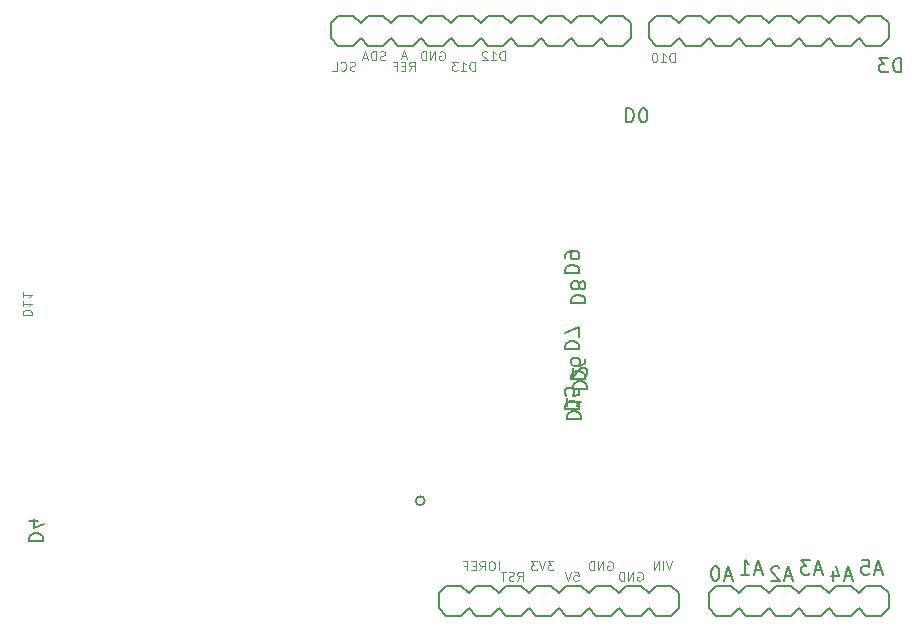
<source format=gbr>
G04 #@! TF.GenerationSoftware,KiCad,Pcbnew,(5.1.5)-3*
G04 #@! TF.CreationDate,2021-09-12T13:17:19-04:00*
G04 #@! TF.ProjectId,EtherTenFuranceMonitorRev2,45746865-7254-4656-9e46-7572616e6365,rev?*
G04 #@! TF.SameCoordinates,Original*
G04 #@! TF.FileFunction,Legend,Bot*
G04 #@! TF.FilePolarity,Positive*
%FSLAX46Y46*%
G04 Gerber Fmt 4.6, Leading zero omitted, Abs format (unit mm)*
G04 Created by KiCad (PCBNEW (5.1.5)-3) date 2021-09-12 13:17:19*
%MOMM*%
%LPD*%
G04 APERTURE LIST*
%ADD10C,0.165100*%
%ADD11C,0.203200*%
%ADD12C,0.121920*%
%ADD13C,0.152400*%
G04 APERTURE END LIST*
D10*
X143964852Y-107862523D02*
X145171352Y-107862523D01*
X145171352Y-107575261D01*
X145113900Y-107402904D01*
X144998995Y-107287999D01*
X144884090Y-107230546D01*
X144654280Y-107173094D01*
X144481923Y-107173094D01*
X144252114Y-107230546D01*
X144137209Y-107287999D01*
X144022304Y-107402904D01*
X143964852Y-107575261D01*
X143964852Y-107862523D01*
X145171352Y-106770927D02*
X145171352Y-105966594D01*
X143964852Y-106483665D01*
X143964852Y-112942523D02*
X145171352Y-112942523D01*
X145171352Y-112655261D01*
X145113900Y-112482904D01*
X144998995Y-112367999D01*
X144884090Y-112310546D01*
X144654280Y-112253094D01*
X144481923Y-112253094D01*
X144252114Y-112310546D01*
X144137209Y-112367999D01*
X144022304Y-112482904D01*
X143964852Y-112655261D01*
X143964852Y-112942523D01*
X145171352Y-111161499D02*
X145171352Y-111736023D01*
X144596828Y-111793475D01*
X144654280Y-111736023D01*
X144711733Y-111621118D01*
X144711733Y-111333856D01*
X144654280Y-111218951D01*
X144596828Y-111161499D01*
X144481923Y-111104046D01*
X144194661Y-111104046D01*
X144079757Y-111161499D01*
X144022304Y-111218951D01*
X143964852Y-111333856D01*
X143964852Y-111621118D01*
X144022304Y-111736023D01*
X144079757Y-111793475D01*
X172412523Y-84395147D02*
X172412523Y-83188647D01*
X172125261Y-83188647D01*
X171952904Y-83246100D01*
X171837999Y-83361004D01*
X171780546Y-83475909D01*
X171723094Y-83705719D01*
X171723094Y-83878076D01*
X171780546Y-84107885D01*
X171837999Y-84222790D01*
X171952904Y-84337695D01*
X172125261Y-84395147D01*
X172412523Y-84395147D01*
X171320927Y-83188647D02*
X170574046Y-83188647D01*
X170976213Y-83648266D01*
X170803856Y-83648266D01*
X170688951Y-83705719D01*
X170631499Y-83763171D01*
X170574046Y-83878076D01*
X170574046Y-84165338D01*
X170631499Y-84280242D01*
X170688951Y-84337695D01*
X170803856Y-84395147D01*
X171148570Y-84395147D01*
X171263475Y-84337695D01*
X171320927Y-84280242D01*
X144114852Y-113782523D02*
X145321352Y-113782523D01*
X145321352Y-113495261D01*
X145263900Y-113322904D01*
X145148995Y-113207999D01*
X145034090Y-113150546D01*
X144804280Y-113093094D01*
X144631923Y-113093094D01*
X144402114Y-113150546D01*
X144287209Y-113207999D01*
X144172304Y-113322904D01*
X144114852Y-113495261D01*
X144114852Y-113782523D01*
X144114852Y-111944046D02*
X144114852Y-112633475D01*
X144114852Y-112288761D02*
X145321352Y-112288761D01*
X145148995Y-112403665D01*
X145034090Y-112518570D01*
X144976638Y-112633475D01*
D11*
X171361100Y-80238600D02*
X170726100Y-79603600D01*
X170726100Y-79603600D02*
X169456100Y-79603600D01*
X169456100Y-79603600D02*
X168821100Y-80238600D01*
X168821100Y-80238600D02*
X168186100Y-79603600D01*
X168186100Y-79603600D02*
X166916100Y-79603600D01*
X166916100Y-79603600D02*
X166281100Y-80238600D01*
X166281100Y-80238600D02*
X165646100Y-79603600D01*
X165646100Y-79603600D02*
X164376100Y-79603600D01*
X164376100Y-79603600D02*
X163741100Y-80238600D01*
X163741100Y-80238600D02*
X163106100Y-79603600D01*
X163106100Y-79603600D02*
X161836100Y-79603600D01*
X161836100Y-79603600D02*
X161201100Y-80238600D01*
X161201100Y-80238600D02*
X160566100Y-79603600D01*
X160566100Y-79603600D02*
X159296100Y-79603600D01*
X159296100Y-79603600D02*
X158661100Y-80238600D01*
X158661100Y-80238600D02*
X158026100Y-79603600D01*
X158026100Y-79603600D02*
X156756100Y-79603600D01*
X156756100Y-79603600D02*
X156121100Y-80238600D01*
X156121100Y-80238600D02*
X155486100Y-79603600D01*
X155486100Y-79603600D02*
X154216100Y-79603600D01*
X154216100Y-79603600D02*
X153581100Y-80238600D01*
X153581100Y-80238600D02*
X152946100Y-79603600D01*
X152946100Y-79603600D02*
X151676100Y-79603600D01*
X151676100Y-79603600D02*
X151041100Y-80238600D01*
X151041100Y-80238600D02*
X151041100Y-81508600D01*
X151041100Y-81508600D02*
X151676100Y-82143600D01*
X151676100Y-82143600D02*
X152946100Y-82143600D01*
X152946100Y-82143600D02*
X153581100Y-81508600D01*
X153581100Y-81508600D02*
X154216100Y-82143600D01*
X154216100Y-82143600D02*
X155486100Y-82143600D01*
X155486100Y-82143600D02*
X156121100Y-81508600D01*
X156121100Y-81508600D02*
X156756100Y-82143600D01*
X156756100Y-82143600D02*
X158026100Y-82143600D01*
X158026100Y-82143600D02*
X158661100Y-81508600D01*
X158661100Y-81508600D02*
X159296100Y-82143600D01*
X159296100Y-82143600D02*
X160566100Y-82143600D01*
X160566100Y-82143600D02*
X161201100Y-81508600D01*
X161201100Y-81508600D02*
X161836100Y-82143600D01*
X161836100Y-82143600D02*
X163106100Y-82143600D01*
X163106100Y-82143600D02*
X163741100Y-81508600D01*
X163741100Y-81508600D02*
X164376100Y-82143600D01*
X164376100Y-82143600D02*
X165646100Y-82143600D01*
X165646100Y-82143600D02*
X166281100Y-81508600D01*
X166281100Y-81508600D02*
X166916100Y-82143600D01*
X166916100Y-82143600D02*
X168186100Y-82143600D01*
X168186100Y-82143600D02*
X168821100Y-81508600D01*
X168821100Y-81508600D02*
X169456100Y-82143600D01*
X169456100Y-82143600D02*
X170726100Y-82143600D01*
X170726100Y-82143600D02*
X171361100Y-81508600D01*
X171361100Y-81508600D02*
X171361100Y-80238600D01*
X149517100Y-80238600D02*
X148882100Y-79603600D01*
X148882100Y-79603600D02*
X147612100Y-79603600D01*
X147612100Y-79603600D02*
X146977100Y-80238600D01*
X146977100Y-80238600D02*
X146342100Y-79603600D01*
X146342100Y-79603600D02*
X145072100Y-79603600D01*
X145072100Y-79603600D02*
X144437100Y-80238600D01*
X144437100Y-80238600D02*
X143802100Y-79603600D01*
X143802100Y-79603600D02*
X142532100Y-79603600D01*
X142532100Y-79603600D02*
X141897100Y-80238600D01*
X141897100Y-80238600D02*
X141262100Y-79603600D01*
X141262100Y-79603600D02*
X139992100Y-79603600D01*
X139992100Y-79603600D02*
X139357100Y-80238600D01*
X139357100Y-80238600D02*
X138722100Y-79603600D01*
X138722100Y-79603600D02*
X137452100Y-79603600D01*
X137452100Y-79603600D02*
X136817100Y-80238600D01*
X136817100Y-80238600D02*
X136182100Y-79603600D01*
X136182100Y-79603600D02*
X134912100Y-79603600D01*
X134912100Y-79603600D02*
X134277100Y-80238600D01*
X134277100Y-80238600D02*
X133642100Y-79603600D01*
X133642100Y-79603600D02*
X132372100Y-79603600D01*
X132372100Y-79603600D02*
X131737100Y-80238600D01*
X131737100Y-80238600D02*
X131102100Y-79603600D01*
X131102100Y-79603600D02*
X129832100Y-79603600D01*
X129832100Y-79603600D02*
X129197100Y-80238600D01*
X129197100Y-81508600D02*
X129832100Y-82143600D01*
X129832100Y-82143600D02*
X131102100Y-82143600D01*
X131102100Y-82143600D02*
X131737100Y-81508600D01*
X131737100Y-81508600D02*
X132372100Y-82143600D01*
X132372100Y-82143600D02*
X133642100Y-82143600D01*
X133642100Y-82143600D02*
X134277100Y-81508600D01*
X134277100Y-81508600D02*
X134912100Y-82143600D01*
X134912100Y-82143600D02*
X136182100Y-82143600D01*
X136182100Y-82143600D02*
X136817100Y-81508600D01*
X136817100Y-81508600D02*
X137452100Y-82143600D01*
X137452100Y-82143600D02*
X138722100Y-82143600D01*
X138722100Y-82143600D02*
X139357100Y-81508600D01*
X139357100Y-81508600D02*
X139992100Y-82143600D01*
X139992100Y-82143600D02*
X141262100Y-82143600D01*
X141262100Y-82143600D02*
X141897100Y-81508600D01*
X141897100Y-81508600D02*
X142532100Y-82143600D01*
X142532100Y-82143600D02*
X143802100Y-82143600D01*
X143802100Y-82143600D02*
X144437100Y-81508600D01*
X144437100Y-81508600D02*
X145072100Y-82143600D01*
X145072100Y-82143600D02*
X146342100Y-82143600D01*
X146342100Y-82143600D02*
X146977100Y-81508600D01*
X146977100Y-81508600D02*
X147612100Y-82143600D01*
X147612100Y-82143600D02*
X148882100Y-82143600D01*
X148882100Y-82143600D02*
X149517100Y-81508600D01*
X149517100Y-81508600D02*
X149517100Y-80238600D01*
X171361100Y-128498600D02*
X170726100Y-127863600D01*
X170726100Y-127863600D02*
X169456100Y-127863600D01*
X169456100Y-127863600D02*
X168821100Y-128498600D01*
X168821100Y-128498600D02*
X168186100Y-127863600D01*
X168186100Y-127863600D02*
X166916100Y-127863600D01*
X166916100Y-127863600D02*
X166281100Y-128498600D01*
X166281100Y-128498600D02*
X165646100Y-127863600D01*
X165646100Y-127863600D02*
X164376100Y-127863600D01*
X164376100Y-127863600D02*
X163741100Y-128498600D01*
X163741100Y-128498600D02*
X163106100Y-127863600D01*
X163106100Y-127863600D02*
X161836100Y-127863600D01*
X161836100Y-127863600D02*
X161201100Y-128498600D01*
X161201100Y-128498600D02*
X160566100Y-127863600D01*
X160566100Y-127863600D02*
X159296100Y-127863600D01*
X159296100Y-127863600D02*
X158661100Y-128498600D01*
X158661100Y-128498600D02*
X158026100Y-127863600D01*
X158026100Y-127863600D02*
X156756100Y-127863600D01*
X156756100Y-127863600D02*
X156121100Y-128498600D01*
X156121100Y-128498600D02*
X156121100Y-129768600D01*
X156121100Y-129768600D02*
X156756100Y-130403600D01*
X156756100Y-130403600D02*
X158026100Y-130403600D01*
X158026100Y-130403600D02*
X158661100Y-129768600D01*
X158661100Y-129768600D02*
X159296100Y-130403600D01*
X159296100Y-130403600D02*
X160566100Y-130403600D01*
X160566100Y-130403600D02*
X161201100Y-129768600D01*
X161201100Y-129768600D02*
X161836100Y-130403600D01*
X161836100Y-130403600D02*
X163106100Y-130403600D01*
X163106100Y-130403600D02*
X163741100Y-129768600D01*
X163741100Y-129768600D02*
X164376100Y-130403600D01*
X164376100Y-130403600D02*
X165646100Y-130403600D01*
X165646100Y-130403600D02*
X166281100Y-129768600D01*
X166281100Y-129768600D02*
X166916100Y-130403600D01*
X166916100Y-130403600D02*
X168186100Y-130403600D01*
X168186100Y-130403600D02*
X168821100Y-129768600D01*
X168821100Y-129768600D02*
X169456100Y-130403600D01*
X169456100Y-130403600D02*
X170726100Y-130403600D01*
X170726100Y-130403600D02*
X171361100Y-129768600D01*
X171361100Y-129768600D02*
X171361100Y-128498600D01*
X153581100Y-128498600D02*
X152946100Y-127863600D01*
X152946100Y-127863600D02*
X151676100Y-127863600D01*
X151676100Y-127863600D02*
X151041100Y-128498600D01*
X151041100Y-128498600D02*
X150406100Y-127863600D01*
X150406100Y-127863600D02*
X149136100Y-127863600D01*
X149136100Y-127863600D02*
X148501100Y-128498600D01*
X148501100Y-128498600D02*
X147866100Y-127863600D01*
X147866100Y-127863600D02*
X146596100Y-127863600D01*
X146596100Y-127863600D02*
X145961100Y-128498600D01*
X145961100Y-128498600D02*
X145326100Y-127863600D01*
X145326100Y-127863600D02*
X144056100Y-127863600D01*
X144056100Y-127863600D02*
X143421100Y-128498600D01*
X143421100Y-128498600D02*
X142786100Y-127863600D01*
X142786100Y-127863600D02*
X141516100Y-127863600D01*
X141516100Y-127863600D02*
X140881100Y-128498600D01*
X140881100Y-128498600D02*
X140246100Y-127863600D01*
X140246100Y-127863600D02*
X138976100Y-127863600D01*
X138976100Y-127863600D02*
X138341100Y-128498600D01*
X138341100Y-129768600D02*
X138976100Y-130403600D01*
X138976100Y-130403600D02*
X140246100Y-130403600D01*
X140246100Y-130403600D02*
X140881100Y-129768600D01*
X140881100Y-129768600D02*
X141516100Y-130403600D01*
X141516100Y-130403600D02*
X142786100Y-130403600D01*
X142786100Y-130403600D02*
X143421100Y-129768600D01*
X143421100Y-129768600D02*
X144056100Y-130403600D01*
X144056100Y-130403600D02*
X145326100Y-130403600D01*
X145326100Y-130403600D02*
X145961100Y-129768600D01*
X145961100Y-129768600D02*
X146596100Y-130403600D01*
X146596100Y-130403600D02*
X147866100Y-130403600D01*
X147866100Y-130403600D02*
X148501100Y-129768600D01*
X148501100Y-129768600D02*
X149136100Y-130403600D01*
X149136100Y-130403600D02*
X150406100Y-130403600D01*
X150406100Y-130403600D02*
X151041100Y-129768600D01*
X151041100Y-129768600D02*
X151676100Y-130403600D01*
X151676100Y-130403600D02*
X152946100Y-130403600D01*
X152946100Y-130403600D02*
X153581100Y-129768600D01*
X153581100Y-129768600D02*
X153581100Y-128498600D01*
D12*
X153047312Y-125784670D02*
X152789926Y-126556830D01*
X152532539Y-125784670D01*
X152275152Y-126556830D02*
X152275152Y-125784670D01*
X151907457Y-126556830D02*
X151907457Y-125784670D01*
X151466223Y-126556830D01*
X151466223Y-125784670D01*
X150119539Y-126710440D02*
X150193078Y-126673670D01*
X150303387Y-126673670D01*
X150413695Y-126710440D01*
X150487234Y-126783979D01*
X150524004Y-126857518D01*
X150560773Y-127004596D01*
X150560773Y-127114904D01*
X150524004Y-127261982D01*
X150487234Y-127335521D01*
X150413695Y-127409060D01*
X150303387Y-127445830D01*
X150229848Y-127445830D01*
X150119539Y-127409060D01*
X150082770Y-127372291D01*
X150082770Y-127114904D01*
X150229848Y-127114904D01*
X149751844Y-127445830D02*
X149751844Y-126673670D01*
X149310610Y-127445830D01*
X149310610Y-126673670D01*
X148942914Y-127445830D02*
X148942914Y-126673670D01*
X148759067Y-126673670D01*
X148648758Y-126710440D01*
X148575219Y-126783979D01*
X148538450Y-126857518D01*
X148501680Y-127004596D01*
X148501680Y-127114904D01*
X148538450Y-127261982D01*
X148575219Y-127335521D01*
X148648758Y-127409060D01*
X148759067Y-127445830D01*
X148942914Y-127445830D01*
X147579539Y-125821440D02*
X147653078Y-125784670D01*
X147763387Y-125784670D01*
X147873695Y-125821440D01*
X147947234Y-125894979D01*
X147984004Y-125968518D01*
X148020773Y-126115596D01*
X148020773Y-126225904D01*
X147984004Y-126372982D01*
X147947234Y-126446521D01*
X147873695Y-126520060D01*
X147763387Y-126556830D01*
X147689848Y-126556830D01*
X147579539Y-126520060D01*
X147542770Y-126483291D01*
X147542770Y-126225904D01*
X147689848Y-126225904D01*
X147211844Y-126556830D02*
X147211844Y-125784670D01*
X146770610Y-126556830D01*
X146770610Y-125784670D01*
X146402914Y-126556830D02*
X146402914Y-125784670D01*
X146219067Y-125784670D01*
X146108758Y-125821440D01*
X146035219Y-125894979D01*
X145998450Y-125968518D01*
X145961680Y-126115596D01*
X145961680Y-126225904D01*
X145998450Y-126372982D01*
X146035219Y-126446521D01*
X146108758Y-126520060D01*
X146219067Y-126556830D01*
X146402914Y-126556830D01*
X144695309Y-126673670D02*
X145063004Y-126673670D01*
X145099773Y-127041365D01*
X145063004Y-127004596D01*
X144989465Y-126967826D01*
X144805617Y-126967826D01*
X144732078Y-127004596D01*
X144695309Y-127041365D01*
X144658539Y-127114904D01*
X144658539Y-127298752D01*
X144695309Y-127372291D01*
X144732078Y-127409060D01*
X144805617Y-127445830D01*
X144989465Y-127445830D01*
X145063004Y-127409060D01*
X145099773Y-127372291D01*
X144437922Y-126673670D02*
X144180535Y-127445830D01*
X143923149Y-126673670D01*
X142977543Y-125784670D02*
X142499539Y-125784670D01*
X142756926Y-126078826D01*
X142646617Y-126078826D01*
X142573078Y-126115596D01*
X142536309Y-126152365D01*
X142499539Y-126225904D01*
X142499539Y-126409752D01*
X142536309Y-126483291D01*
X142573078Y-126520060D01*
X142646617Y-126556830D01*
X142867234Y-126556830D01*
X142940773Y-126520060D01*
X142977543Y-126483291D01*
X142278922Y-125784670D02*
X142021535Y-126556830D01*
X141764149Y-125784670D01*
X141580301Y-125784670D02*
X141102297Y-125784670D01*
X141359684Y-126078826D01*
X141249375Y-126078826D01*
X141175836Y-126115596D01*
X141139067Y-126152365D01*
X141102297Y-126225904D01*
X141102297Y-126409752D01*
X141139067Y-126483291D01*
X141175836Y-126520060D01*
X141249375Y-126556830D01*
X141469992Y-126556830D01*
X141543532Y-126520060D01*
X141580301Y-126483291D01*
X139922770Y-127445830D02*
X140180156Y-127078135D01*
X140364004Y-127445830D02*
X140364004Y-126673670D01*
X140069848Y-126673670D01*
X139996309Y-126710440D01*
X139959539Y-126747209D01*
X139922770Y-126820748D01*
X139922770Y-126931057D01*
X139959539Y-127004596D01*
X139996309Y-127041365D01*
X140069848Y-127078135D01*
X140364004Y-127078135D01*
X139628613Y-127409060D02*
X139518305Y-127445830D01*
X139334457Y-127445830D01*
X139260918Y-127409060D01*
X139224149Y-127372291D01*
X139187379Y-127298752D01*
X139187379Y-127225213D01*
X139224149Y-127151674D01*
X139260918Y-127114904D01*
X139334457Y-127078135D01*
X139481535Y-127041365D01*
X139555074Y-127004596D01*
X139591844Y-126967826D01*
X139628613Y-126894287D01*
X139628613Y-126820748D01*
X139591844Y-126747209D01*
X139555074Y-126710440D01*
X139481535Y-126673670D01*
X139297688Y-126673670D01*
X139187379Y-126710440D01*
X138966762Y-126673670D02*
X138525528Y-126673670D01*
X138746145Y-127445830D02*
X138746145Y-126673670D01*
X130778770Y-84265830D02*
X131036156Y-83898135D01*
X131220004Y-84265830D02*
X131220004Y-83493670D01*
X130925848Y-83493670D01*
X130852309Y-83530440D01*
X130815539Y-83567209D01*
X130778770Y-83640748D01*
X130778770Y-83751057D01*
X130815539Y-83824596D01*
X130852309Y-83861365D01*
X130925848Y-83898135D01*
X131220004Y-83898135D01*
X130447844Y-83861365D02*
X130190457Y-83861365D01*
X130080149Y-84265830D02*
X130447844Y-84265830D01*
X130447844Y-83493670D01*
X130080149Y-83493670D01*
X129491836Y-83861365D02*
X129749223Y-83861365D01*
X129749223Y-84265830D02*
X129749223Y-83493670D01*
X129381528Y-83493670D01*
X130494773Y-83029213D02*
X130127078Y-83029213D01*
X130568312Y-83249830D02*
X130310926Y-82477670D01*
X130053539Y-83249830D01*
X133355539Y-82641440D02*
X133429078Y-82604670D01*
X133539387Y-82604670D01*
X133649695Y-82641440D01*
X133723234Y-82714979D01*
X133760004Y-82788518D01*
X133796773Y-82935596D01*
X133796773Y-83045904D01*
X133760004Y-83192982D01*
X133723234Y-83266521D01*
X133649695Y-83340060D01*
X133539387Y-83376830D01*
X133465848Y-83376830D01*
X133355539Y-83340060D01*
X133318770Y-83303291D01*
X133318770Y-83045904D01*
X133465848Y-83045904D01*
X132987844Y-83376830D02*
X132987844Y-82604670D01*
X132546610Y-83376830D01*
X132546610Y-82604670D01*
X132178914Y-83376830D02*
X132178914Y-82604670D01*
X131995067Y-82604670D01*
X131884758Y-82641440D01*
X131811219Y-82714979D01*
X131774450Y-82788518D01*
X131737680Y-82935596D01*
X131737680Y-83045904D01*
X131774450Y-83192982D01*
X131811219Y-83266521D01*
X131884758Y-83340060D01*
X131995067Y-83376830D01*
X132178914Y-83376830D01*
X136300004Y-84265830D02*
X136300004Y-83493670D01*
X136116156Y-83493670D01*
X136005848Y-83530440D01*
X135932309Y-83603979D01*
X135895539Y-83677518D01*
X135858770Y-83824596D01*
X135858770Y-83934904D01*
X135895539Y-84081982D01*
X135932309Y-84155521D01*
X136005848Y-84229060D01*
X136116156Y-84265830D01*
X136300004Y-84265830D01*
X135123379Y-84265830D02*
X135564613Y-84265830D01*
X135343996Y-84265830D02*
X135343996Y-83493670D01*
X135417535Y-83603979D01*
X135491074Y-83677518D01*
X135564613Y-83714287D01*
X134865992Y-83493670D02*
X134387989Y-83493670D01*
X134645375Y-83787826D01*
X134535067Y-83787826D01*
X134461528Y-83824596D01*
X134424758Y-83861365D01*
X134387989Y-83934904D01*
X134387989Y-84118752D01*
X134424758Y-84192291D01*
X134461528Y-84229060D01*
X134535067Y-84265830D01*
X134755684Y-84265830D01*
X134829223Y-84229060D01*
X134865992Y-84192291D01*
X138840004Y-83376830D02*
X138840004Y-82604670D01*
X138656156Y-82604670D01*
X138545848Y-82641440D01*
X138472309Y-82714979D01*
X138435539Y-82788518D01*
X138398770Y-82935596D01*
X138398770Y-83045904D01*
X138435539Y-83192982D01*
X138472309Y-83266521D01*
X138545848Y-83340060D01*
X138656156Y-83376830D01*
X138840004Y-83376830D01*
X137663379Y-83376830D02*
X138104613Y-83376830D01*
X137883996Y-83376830D02*
X137883996Y-82604670D01*
X137957535Y-82714979D01*
X138031074Y-82788518D01*
X138104613Y-82825287D01*
X137369223Y-82678209D02*
X137332453Y-82641440D01*
X137258914Y-82604670D01*
X137075067Y-82604670D01*
X137001528Y-82641440D01*
X136964758Y-82678209D01*
X136927989Y-82751748D01*
X136927989Y-82825287D01*
X136964758Y-82935596D01*
X137405992Y-83376830D01*
X136927989Y-83376830D01*
X98044169Y-104930004D02*
X98816329Y-104930004D01*
X98816329Y-104746156D01*
X98779560Y-104635848D01*
X98706020Y-104562309D01*
X98632481Y-104525539D01*
X98485403Y-104488770D01*
X98375095Y-104488770D01*
X98228017Y-104525539D01*
X98154478Y-104562309D01*
X98080939Y-104635848D01*
X98044169Y-104746156D01*
X98044169Y-104930004D01*
X98044169Y-103753379D02*
X98044169Y-104194613D01*
X98044169Y-103973996D02*
X98816329Y-103973996D01*
X98706020Y-104047535D01*
X98632481Y-104121074D01*
X98595712Y-104194613D01*
X98044169Y-103017989D02*
X98044169Y-103459223D01*
X98044169Y-103238606D02*
X98816329Y-103238606D01*
X98706020Y-103312145D01*
X98632481Y-103385684D01*
X98595712Y-103459223D01*
X153240004Y-83526830D02*
X153240004Y-82754670D01*
X153056156Y-82754670D01*
X152945848Y-82791440D01*
X152872309Y-82864979D01*
X152835539Y-82938518D01*
X152798770Y-83085596D01*
X152798770Y-83195904D01*
X152835539Y-83342982D01*
X152872309Y-83416521D01*
X152945848Y-83490060D01*
X153056156Y-83526830D01*
X153240004Y-83526830D01*
X152063379Y-83526830D02*
X152504613Y-83526830D01*
X152283996Y-83526830D02*
X152283996Y-82754670D01*
X152357535Y-82864979D01*
X152431074Y-82938518D01*
X152504613Y-82975287D01*
X151585375Y-82754670D02*
X151511836Y-82754670D01*
X151438297Y-82791440D01*
X151401528Y-82828209D01*
X151364758Y-82901748D01*
X151327989Y-83048826D01*
X151327989Y-83232674D01*
X151364758Y-83379752D01*
X151401528Y-83453291D01*
X151438297Y-83490060D01*
X151511836Y-83526830D01*
X151585375Y-83526830D01*
X151658914Y-83490060D01*
X151695684Y-83453291D01*
X151732453Y-83379752D01*
X151769223Y-83232674D01*
X151769223Y-83048826D01*
X151732453Y-82901748D01*
X151695684Y-82828209D01*
X151658914Y-82791440D01*
X151585375Y-82754670D01*
D10*
X143964852Y-101385523D02*
X145171352Y-101385523D01*
X145171352Y-101098261D01*
X145113900Y-100925904D01*
X144998995Y-100810999D01*
X144884090Y-100753546D01*
X144654280Y-100696094D01*
X144481923Y-100696094D01*
X144252114Y-100753546D01*
X144137209Y-100810999D01*
X144022304Y-100925904D01*
X143964852Y-101098261D01*
X143964852Y-101385523D01*
X143964852Y-100121570D02*
X143964852Y-99891761D01*
X144022304Y-99776856D01*
X144079757Y-99719404D01*
X144252114Y-99604499D01*
X144481923Y-99547046D01*
X144941542Y-99547046D01*
X145056447Y-99604499D01*
X145113900Y-99661951D01*
X145171352Y-99776856D01*
X145171352Y-100006665D01*
X145113900Y-100121570D01*
X145056447Y-100179023D01*
X144941542Y-100236475D01*
X144654280Y-100236475D01*
X144539376Y-100179023D01*
X144481923Y-100121570D01*
X144424471Y-100006665D01*
X144424471Y-99776856D01*
X144481923Y-99661951D01*
X144539376Y-99604499D01*
X144654280Y-99547046D01*
X144472852Y-103925523D02*
X145679352Y-103925523D01*
X145679352Y-103638261D01*
X145621900Y-103465904D01*
X145506995Y-103350999D01*
X145392090Y-103293546D01*
X145162280Y-103236094D01*
X144989923Y-103236094D01*
X144760114Y-103293546D01*
X144645209Y-103350999D01*
X144530304Y-103465904D01*
X144472852Y-103638261D01*
X144472852Y-103925523D01*
X145162280Y-102546665D02*
X145219733Y-102661570D01*
X145277185Y-102719023D01*
X145392090Y-102776475D01*
X145449542Y-102776475D01*
X145564447Y-102719023D01*
X145621900Y-102661570D01*
X145679352Y-102546665D01*
X145679352Y-102316856D01*
X145621900Y-102201951D01*
X145564447Y-102144499D01*
X145449542Y-102087046D01*
X145392090Y-102087046D01*
X145277185Y-102144499D01*
X145219733Y-102201951D01*
X145162280Y-102316856D01*
X145162280Y-102546665D01*
X145104828Y-102661570D01*
X145047376Y-102719023D01*
X144932471Y-102776475D01*
X144702661Y-102776475D01*
X144587757Y-102719023D01*
X144530304Y-102661570D01*
X144472852Y-102546665D01*
X144472852Y-102316856D01*
X144530304Y-102201951D01*
X144587757Y-102144499D01*
X144702661Y-102087046D01*
X144932471Y-102087046D01*
X145047376Y-102144499D01*
X145104828Y-102201951D01*
X145162280Y-102316856D01*
X144472852Y-110402523D02*
X145679352Y-110402523D01*
X145679352Y-110115261D01*
X145621900Y-109942904D01*
X145506995Y-109827999D01*
X145392090Y-109770546D01*
X145162280Y-109713094D01*
X144989923Y-109713094D01*
X144760114Y-109770546D01*
X144645209Y-109827999D01*
X144530304Y-109942904D01*
X144472852Y-110115261D01*
X144472852Y-110402523D01*
X145679352Y-108678951D02*
X145679352Y-108908761D01*
X145621900Y-109023665D01*
X145564447Y-109081118D01*
X145392090Y-109196023D01*
X145162280Y-109253475D01*
X144702661Y-109253475D01*
X144587757Y-109196023D01*
X144530304Y-109138570D01*
X144472852Y-109023665D01*
X144472852Y-108793856D01*
X144530304Y-108678951D01*
X144587757Y-108621499D01*
X144702661Y-108564046D01*
X144989923Y-108564046D01*
X145104828Y-108621499D01*
X145162280Y-108678951D01*
X145219733Y-108793856D01*
X145219733Y-109023665D01*
X145162280Y-109138570D01*
X145104828Y-109196023D01*
X144989923Y-109253475D01*
X98572852Y-124102523D02*
X99779352Y-124102523D01*
X99779352Y-123815261D01*
X99721900Y-123642904D01*
X99606995Y-123527999D01*
X99492090Y-123470546D01*
X99262280Y-123413094D01*
X99089923Y-123413094D01*
X98860114Y-123470546D01*
X98745209Y-123527999D01*
X98630304Y-123642904D01*
X98572852Y-123815261D01*
X98572852Y-124102523D01*
X99377185Y-122378951D02*
X98572852Y-122378951D01*
X99836804Y-122666213D02*
X98975019Y-122953475D01*
X98975019Y-122206594D01*
X144622852Y-111242523D02*
X145829352Y-111242523D01*
X145829352Y-110955261D01*
X145771900Y-110782904D01*
X145656995Y-110667999D01*
X145542090Y-110610546D01*
X145312280Y-110553094D01*
X145139923Y-110553094D01*
X144910114Y-110610546D01*
X144795209Y-110667999D01*
X144680304Y-110782904D01*
X144622852Y-110955261D01*
X144622852Y-111242523D01*
X145714447Y-110093475D02*
X145771900Y-110036023D01*
X145829352Y-109921118D01*
X145829352Y-109633856D01*
X145771900Y-109518951D01*
X145714447Y-109461499D01*
X145599542Y-109404046D01*
X145484638Y-109404046D01*
X145312280Y-109461499D01*
X144622852Y-110150927D01*
X144622852Y-109404046D01*
X149097476Y-87432852D02*
X149097476Y-88639352D01*
X149384738Y-88639352D01*
X149557095Y-88581900D01*
X149672000Y-88466995D01*
X149729453Y-88352090D01*
X149786905Y-88122280D01*
X149786905Y-87949923D01*
X149729453Y-87720114D01*
X149672000Y-87605209D01*
X149557095Y-87490304D01*
X149384738Y-87432852D01*
X149097476Y-87432852D01*
X150533786Y-88639352D02*
X150648691Y-88639352D01*
X150763595Y-88581900D01*
X150821048Y-88524447D01*
X150878500Y-88409542D01*
X150935953Y-88179733D01*
X150935953Y-87892471D01*
X150878500Y-87662661D01*
X150821048Y-87547757D01*
X150763595Y-87490304D01*
X150648691Y-87432852D01*
X150533786Y-87432852D01*
X150418881Y-87490304D01*
X150361429Y-87547757D01*
X150303976Y-87662661D01*
X150246524Y-87892471D01*
X150246524Y-88179733D01*
X150303976Y-88409542D01*
X150361429Y-88524447D01*
X150418881Y-88581900D01*
X150533786Y-88639352D01*
X168229975Y-127080433D02*
X167655451Y-127080433D01*
X168344880Y-127425147D02*
X167942713Y-126218647D01*
X167540546Y-127425147D01*
X166621308Y-126620814D02*
X166621308Y-127425147D01*
X166908570Y-126161195D02*
X167195832Y-127022980D01*
X166448951Y-127022980D01*
X165689975Y-126572433D02*
X165115451Y-126572433D01*
X165804880Y-126917147D02*
X165402713Y-125710647D01*
X165000546Y-126917147D01*
X164713285Y-125710647D02*
X163966404Y-125710647D01*
X164368570Y-126170266D01*
X164196213Y-126170266D01*
X164081308Y-126227719D01*
X164023856Y-126285171D01*
X163966404Y-126400076D01*
X163966404Y-126687338D01*
X164023856Y-126802242D01*
X164081308Y-126859695D01*
X164196213Y-126917147D01*
X164540927Y-126917147D01*
X164655832Y-126859695D01*
X164713285Y-126802242D01*
X163149975Y-127080433D02*
X162575451Y-127080433D01*
X163264880Y-127425147D02*
X162862713Y-126218647D01*
X162460546Y-127425147D01*
X162115832Y-126333552D02*
X162058380Y-126276100D01*
X161943475Y-126218647D01*
X161656213Y-126218647D01*
X161541308Y-126276100D01*
X161483856Y-126333552D01*
X161426404Y-126448457D01*
X161426404Y-126563361D01*
X161483856Y-126735719D01*
X162173285Y-127425147D01*
X161426404Y-127425147D01*
X160609975Y-126572433D02*
X160035451Y-126572433D01*
X160724880Y-126917147D02*
X160322713Y-125710647D01*
X159920546Y-126917147D01*
X158886404Y-126917147D02*
X159575832Y-126917147D01*
X159231118Y-126917147D02*
X159231118Y-125710647D01*
X159346023Y-125883004D01*
X159460927Y-125997909D01*
X159575832Y-126055361D01*
X158069975Y-127080433D02*
X157495451Y-127080433D01*
X158184880Y-127425147D02*
X157782713Y-126218647D01*
X157380546Y-127425147D01*
X156748570Y-126218647D02*
X156633665Y-126218647D01*
X156518761Y-126276100D01*
X156461308Y-126333552D01*
X156403856Y-126448457D01*
X156346404Y-126678266D01*
X156346404Y-126965528D01*
X156403856Y-127195338D01*
X156461308Y-127310242D01*
X156518761Y-127367695D01*
X156633665Y-127425147D01*
X156748570Y-127425147D01*
X156863475Y-127367695D01*
X156920927Y-127310242D01*
X156978380Y-127195338D01*
X157035832Y-126965528D01*
X157035832Y-126678266D01*
X156978380Y-126448457D01*
X156920927Y-126333552D01*
X156863475Y-126276100D01*
X156748570Y-126218647D01*
X170769975Y-126572433D02*
X170195451Y-126572433D01*
X170884880Y-126917147D02*
X170482713Y-125710647D01*
X170080546Y-126917147D01*
X169103856Y-125710647D02*
X169678380Y-125710647D01*
X169735832Y-126285171D01*
X169678380Y-126227719D01*
X169563475Y-126170266D01*
X169276213Y-126170266D01*
X169161308Y-126227719D01*
X169103856Y-126285171D01*
X169046404Y-126400076D01*
X169046404Y-126687338D01*
X169103856Y-126802242D01*
X169161308Y-126859695D01*
X169276213Y-126917147D01*
X169563475Y-126917147D01*
X169678380Y-126859695D01*
X169735832Y-126802242D01*
D11*
X133261100Y-128498600D02*
X133261100Y-129768600D01*
X133261100Y-129768600D02*
X133896100Y-130403600D01*
X135801100Y-129768600D02*
X136436100Y-130403600D01*
X137706100Y-130403600D02*
X138341100Y-129768600D01*
X135166100Y-130403600D02*
X135801100Y-129768600D01*
X133896100Y-130403600D02*
X135166100Y-130403600D01*
X136436100Y-130403600D02*
X137706100Y-130403600D01*
X133896100Y-127863600D02*
X133261100Y-128498600D01*
X135801100Y-128498600D02*
X135166100Y-127863600D01*
X136436100Y-127863600D02*
X135801100Y-128498600D01*
X138341100Y-128498600D02*
X137706100Y-127863600D01*
X137706100Y-127863600D02*
X136436100Y-127863600D01*
X135166100Y-127863600D02*
X133896100Y-127863600D01*
D12*
X138332004Y-126556830D02*
X138332004Y-125784670D01*
X137817231Y-125784670D02*
X137670152Y-125784670D01*
X137596613Y-125821440D01*
X137523074Y-125894979D01*
X137486305Y-126042057D01*
X137486305Y-126299443D01*
X137523074Y-126446521D01*
X137596613Y-126520060D01*
X137670152Y-126556830D01*
X137817231Y-126556830D01*
X137890770Y-126520060D01*
X137964309Y-126446521D01*
X138001078Y-126299443D01*
X138001078Y-126042057D01*
X137964309Y-125894979D01*
X137890770Y-125821440D01*
X137817231Y-125784670D01*
X136714145Y-126556830D02*
X136971532Y-126189135D01*
X137155379Y-126556830D02*
X137155379Y-125784670D01*
X136861223Y-125784670D01*
X136787684Y-125821440D01*
X136750914Y-125858209D01*
X136714145Y-125931748D01*
X136714145Y-126042057D01*
X136750914Y-126115596D01*
X136787684Y-126152365D01*
X136861223Y-126189135D01*
X137155379Y-126189135D01*
X136383219Y-126152365D02*
X136125832Y-126152365D01*
X136015524Y-126556830D02*
X136383219Y-126556830D01*
X136383219Y-125784670D01*
X136015524Y-125784670D01*
X135427212Y-126152365D02*
X135684598Y-126152365D01*
X135684598Y-126556830D02*
X135684598Y-125784670D01*
X135316903Y-125784670D01*
D11*
X124117100Y-80238600D02*
X124117100Y-81508600D01*
X124752100Y-79603600D02*
X124117100Y-80238600D01*
X126657100Y-80238600D02*
X126022100Y-79603600D01*
X127292100Y-79603600D02*
X126657100Y-80238600D01*
X129197100Y-80238600D02*
X128562100Y-79603600D01*
X126022100Y-79603600D02*
X124752100Y-79603600D01*
X128562100Y-79603600D02*
X127292100Y-79603600D01*
X124117100Y-81508600D02*
X124752100Y-82143600D01*
X126022100Y-82143600D02*
X126657100Y-81508600D01*
X126657100Y-81508600D02*
X127292100Y-82143600D01*
X124752100Y-82143600D02*
X126022100Y-82143600D01*
X128562100Y-82143600D02*
X129197100Y-81508600D01*
X127292100Y-82143600D02*
X128562100Y-82143600D01*
D12*
X128716773Y-83340060D02*
X128606465Y-83376830D01*
X128422617Y-83376830D01*
X128349078Y-83340060D01*
X128312309Y-83303291D01*
X128275539Y-83229752D01*
X128275539Y-83156213D01*
X128312309Y-83082674D01*
X128349078Y-83045904D01*
X128422617Y-83009135D01*
X128569695Y-82972365D01*
X128643234Y-82935596D01*
X128680004Y-82898826D01*
X128716773Y-82825287D01*
X128716773Y-82751748D01*
X128680004Y-82678209D01*
X128643234Y-82641440D01*
X128569695Y-82604670D01*
X128385848Y-82604670D01*
X128275539Y-82641440D01*
X127944613Y-83376830D02*
X127944613Y-82604670D01*
X127760766Y-82604670D01*
X127650457Y-82641440D01*
X127576918Y-82714979D01*
X127540149Y-82788518D01*
X127503379Y-82935596D01*
X127503379Y-83045904D01*
X127540149Y-83192982D01*
X127576918Y-83266521D01*
X127650457Y-83340060D01*
X127760766Y-83376830D01*
X127944613Y-83376830D01*
X127209223Y-83156213D02*
X126841528Y-83156213D01*
X127282762Y-83376830D02*
X127025375Y-82604670D01*
X126767989Y-83376830D01*
X126176773Y-84229060D02*
X126066465Y-84265830D01*
X125882617Y-84265830D01*
X125809078Y-84229060D01*
X125772309Y-84192291D01*
X125735539Y-84118752D01*
X125735539Y-84045213D01*
X125772309Y-83971674D01*
X125809078Y-83934904D01*
X125882617Y-83898135D01*
X126029695Y-83861365D01*
X126103234Y-83824596D01*
X126140004Y-83787826D01*
X126176773Y-83714287D01*
X126176773Y-83640748D01*
X126140004Y-83567209D01*
X126103234Y-83530440D01*
X126029695Y-83493670D01*
X125845848Y-83493670D01*
X125735539Y-83530440D01*
X124963379Y-84192291D02*
X125000149Y-84229060D01*
X125110457Y-84265830D01*
X125183996Y-84265830D01*
X125294305Y-84229060D01*
X125367844Y-84155521D01*
X125404613Y-84081982D01*
X125441383Y-83934904D01*
X125441383Y-83824596D01*
X125404613Y-83677518D01*
X125367844Y-83603979D01*
X125294305Y-83530440D01*
X125183996Y-83493670D01*
X125110457Y-83493670D01*
X125000149Y-83530440D01*
X124963379Y-83567209D01*
X124264758Y-84265830D02*
X124632453Y-84265830D01*
X124632453Y-83493670D01*
D13*
X132081000Y-120671998D02*
G75*
G03X132081000Y-120671998I-381000J0D01*
G01*
M02*

</source>
